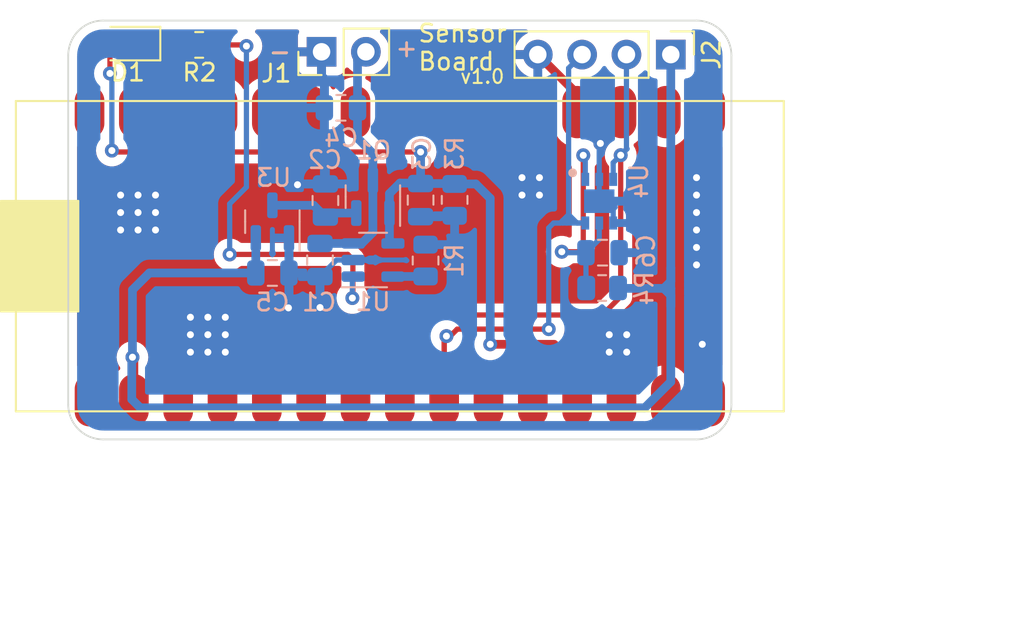
<source format=kicad_pcb>
(kicad_pcb (version 20211014) (generator pcbnew)
  (layers (0 "F.Cu" signal) (31 "B.Cu" signal) (34 "B.Paste" user) (35 "F.Paste" user) (36 "B.SilkS" user "B.Silkscreen") (37 "F.SilkS" user "F.Silkscreen") (38 "B.Mask" user) (39 "F.Mask" user) (44 "Edge.Cuts" user))
  (net 0 "")
  (net 1 "Net-(D1-Pad1)")
  (net 2 "VBUS")
  (net 3 "VDD")
  (net 4 "+BATT")
  (net 5 "Net-(R2-Pad1)")
  (net 6 "GND")
  (net 7 "Net-(R1-Pad1)")
  (net 14 "Net-(C6-Pad1)")
  (net 32 "+3V3")
  (net 33 "/SDA")
  (net 34 "/SCL")
  (footprint "Resistor_SMD:R_0805_2012Metric" (layer "F.Cu") (at 130.5025 57.395 180)
    (fp_text reference "R2" (at -0.02 -1.58) (layer "F.SilkS"))
    (fp_text value "330")
    (fp_line (start -0.227064 0.735) (end 0.227064 0.735) (layer "F.SilkS") (width 0.12))
    (fp_line (start -0.227064 -0.735) (end 0.227064 -0.735) (layer "F.SilkS") (width 0.12))
    (pad "1" smd roundrect locked (at -0.9125 0 180) (size 1.025 1.4) (layers "F.Cu" "F.Paste" "F.Mask") (roundrect_rratio 0.243902439) (net 5 "Net-(R2-Pad1)"))
    (pad "2" smd roundrect locked (at 0.9125 0 180) (size 1.025 1.4) (layers "F.Cu" "F.Paste" "F.Mask") (roundrect_rratio 0.243902439) (net 1 "Net-(D1-Pad1)"))
  )
  (footprint "hack-it-back:NANO_33_Footprint_SMD_Castell" (layer "F.Cu") (at 142 69.5)
    (fp_text reference "U2")
    (fp_text value "Arduino-nano-BLE-33")
    (fp_line (start -22 8.89) (end -22 -8.89) (layer "F.SilkS") (width 0.12))
    (fp_line (start -22 -8.89) (end 22 -8.89) (layer "F.SilkS") (width 0.12))
    (fp_line (start -22 8.89) (end 22 8.89) (layer "F.SilkS") (width 0.12))
    (fp_line (start 22 8.89) (end 22 -8.89) (layer "F.SilkS") (width 0.12))
    (fp_poly (pts (xy -22.86 3.175) (xy -18.415 3.175) (xy -18.415 -3.175) (xy -22.86 -3.175)) (layer "F.SilkS") (width 0.1) (fill solid))
    (pad "1" smd oval (at -17.78 8.255 90) (size 3 1.7) (layers "F.Cu" "F.Mask"))
    (pad "2" smd oval (at -15.24 8.255 90) (size 3 1.7) (layers "F.Cu" "F.Mask") (net 32 "+3V3"))
    (pad "3" smd oval (at -12.7 8.255 90) (size 3 1.7) (layers "F.Cu" "F.Mask"))
    (pad "4" smd oval (at -10.16 8.255 90) (size 3 1.7) (layers "F.Cu" "F.Mask"))
    (pad "5" smd oval (at -7.62 8.255 90) (size 3 1.7) (layers "F.Cu" "F.Mask"))
    (pad "6" smd oval (at -5.08 8.255 90) (size 3 1.7) (layers "F.Cu" "F.Mask"))
    (pad "7" smd oval (at -2.54 8.255 90) (size 3 1.7) (layers "F.Cu" "F.Mask"))
    (pad "8" smd oval (at 0 8.255 90) (size 3 1.7) (layers "F.Cu" "F.Mask") (net 33 "/SDA"))
    (pad "9" smd oval (at 2.54 8.255 90) (size 3 1.7) (layers "F.Cu" "F.Mask") (net 34 "/SCL"))
    (pad "10" smd oval (at 5.08 8.255 90) (size 3 1.7) (layers "F.Cu" "F.Mask"))
    (pad "11" smd oval (at 7.62 8.255 90) (size 3 1.7) (layers "F.Cu" "F.Mask"))
    (pad "12" smd oval (at 10.16 8.255 90) (size 3 1.7) (layers "F.Cu" "F.Mask") (net 2 "VBUS"))
    (pad "13" smd oval (at 12.7 8.255 90) (size 3 1.7) (layers "F.Cu" "F.Mask"))
    (pad "14" smd oval (at 15.24 8.255 90) (size 3 1.7) (layers "F.Cu" "F.Mask") (net 6 "GND"))
    (pad "15" smd oval (at 17.78 8.255 90) (size 3 1.7) (layers "F.Cu" "F.Mask"))
    (pad "16" smd oval (at 17.78 -8.255 270) (size 3 1.7) (layers "F.Cu" "F.Mask"))
    (pad "17" smd oval (at 15.24 -8.255 270) (size 3 1.7) (layers "F.Cu" "F.Mask"))
    (pad "18" smd oval (at 12.7 -8.255 270) (size 3 1.7) (layers "F.Cu" "F.Mask"))
    (pad "19" smd oval (at 10.16 -8.255 270) (size 3 1.7) (layers "F.Cu" "F.Mask") (net 6 "GND"))
    (pad "20" smd oval (at 7.62 -8.255 270) (size 3 1.7) (layers "F.Cu" "F.Mask"))
    (pad "21" smd oval (at 5.08 -8.255 270) (size 3 1.7) (layers "F.Cu" "F.Mask"))
    (pad "22" smd oval (at 2.54 -8.255 270) (size 3 1.7) (layers "F.Cu" "F.Mask"))
    (pad "23" smd oval (at 0 -8.255 270) (size 3 1.7) (layers "F.Cu" "F.Mask"))
    (pad "24" smd oval (at -2.54 -8.255 270) (size 3 1.7) (layers "F.Cu" "F.Mask"))
    (pad "25" smd oval (at -5.08 -8.255 270) (size 3 1.7) (layers "F.Cu" "F.Mask"))
    (pad "26" smd oval (at -7.62 -8.255 270) (size 3 1.7) (layers "F.Cu" "F.Mask"))
    (pad "27" smd oval (at -10.16 -8.255 270) (size 3 1.7) (layers "F.Cu" "F.Mask"))
    (pad "28" smd oval (at -12.7 -8.255 270) (size 3 1.7) (layers "F.Cu" "F.Mask"))
    (pad "29" smd oval (at -15.24 -8.255 270) (size 3 1.7) (layers "F.Cu" "F.Mask"))
    (pad "30" smd oval (at -17.78 -8.255 270) (size 3 1.7) (layers "F.Cu" "F.Mask"))
  )
  (footprint "LED_SMD:LED_0805_2012Metric_Pad1.15x1.40mm_HandSolder" (layer "F.Cu") (at 126.415 57.32 180)
    (fp_text reference "D1" (at 0 -1.65) (layer "F.SilkS"))
    (fp_text value "CHR")
    (fp_line (start -1.86 0.96) (end 1 0.96) (layer "F.SilkS") (width 0.12))
    (fp_line (start -1.86 -0.96) (end -1.86 0.96) (layer "F.SilkS") (width 0.12))
    (fp_line (start 1 -0.96) (end -1.86 -0.96) (layer "F.SilkS") (width 0.12))
    (pad "1" smd roundrect locked (at -1.025 0 180) (size 1.15 1.4) (layers "F.Cu" "F.Paste" "F.Mask") (roundrect_rratio 0.2173913043) (net 1 "Net-(D1-Pad1)"))
    (pad "2" smd roundrect locked (at 1.025 0 180) (size 1.15 1.4) (layers "F.Cu" "F.Paste" "F.Mask") (roundrect_rratio 0.2173913043) (net 2 "VBUS"))
  )
  (footprint "Connector_PinHeader_2.54mm:PinHeader_1x04_P2.54mm_Vertical" (layer "F.Cu") (at 157.525 57.95 -90)
    (fp_text reference "J2" (at 0 -2.33 90) (layer "F.SilkS"))
    (fp_text value "I2C")
    (fp_line (start -1.33 0) (end -1.33 -1.33) (layer "F.SilkS") (width 0.12))
    (fp_line (start -1.33 1.27) (end 1.33 1.27) (layer "F.SilkS") (width 0.12))
    (fp_line (start -1.33 1.27) (end -1.33 8.95) (layer "F.SilkS") (width 0.12))
    (fp_line (start -1.33 8.95) (end 1.33 8.95) (layer "F.SilkS") (width 0.12))
    (fp_line (start -1.33 -1.33) (end 0 -1.33) (layer "F.SilkS") (width 0.12))
    (fp_line (start 1.33 1.27) (end 1.33 8.95) (layer "F.SilkS") (width 0.12))
    (pad "1" thru_hole rect locked (at 0 0 270) (size 1.7 1.7) (drill 1) (layers *.Cu *.Mask) (net 32 "+3V3"))
    (pad "2" thru_hole oval locked (at 0 2.54 270) (size 1.7 1.7) (drill 1) (layers *.Cu *.Mask) (net 33 "/SDA"))
    (pad "3" thru_hole oval locked (at 0 5.08 270) (size 1.7 1.7) (drill 1) (layers *.Cu *.Mask) (net 34 "/SCL"))
    (pad "4" thru_hole oval locked (at 0 7.62 270) (size 1.7 1.7) (drill 1) (layers *.Cu *.Mask) (net 6 "GND"))
  )
  (footprint "Connector_PinHeader_2.54mm:PinHeader_1x02_P2.54mm_Vertical" (layer "F.Cu") (at 137.515 57.79 90)
    (fp_text reference "J1" (at -1.24 -2.595) (layer "F.SilkS"))
    (fp_text value "Batt")
    (fp_line (start 1.33 1.27) (end 1.33 3.87) (layer "F.SilkS") (width 0.12))
    (fp_line (start -1.33 0) (end -1.33 -1.33) (layer "F.SilkS") (width 0.12))
    (fp_line (start -1.33 1.27) (end 1.33 1.27) (layer "F.SilkS") (width 0.12))
    (fp_line (start -1.33 1.27) (end -1.33 3.87) (layer "F.SilkS") (width 0.12))
    (fp_line (start -1.33 -1.33) (end 0 -1.33) (layer "F.SilkS") (width 0.12))
    (fp_line (start -1.33 3.87) (end 1.33 3.87) (layer "F.SilkS") (width 0.12))
    (pad "1" thru_hole rect locked (at 0 0 90) (size 1.7 1.7) (drill 1) (layers *.Cu *.Mask) (net 6 "GND"))
    (pad "2" thru_hole oval locked (at 0 2.54 90) (size 1.7 1.7) (drill 1) (layers *.Cu *.Mask) (net 4 "+BATT"))
  )
  (footprint "Resistor_SMD:R_0805_2012Metric" (layer "B.Cu") (at 153.59 71.325)
    (fp_text reference "R4" (at 2.423 0.017 90) (layer "B.SilkS") (effects (justify mirror)))
    (fp_text value "4.7R")
    (fp_line (start -0.227064 -0.735) (end 0.227064 -0.735) (layer "B.SilkS") (width 0.12))
    (fp_line (start -0.227064 0.735) (end 0.227064 0.735) (layer "B.SilkS") (width 0.12))
    (pad "1" smd roundrect locked (at -0.9125 0) (size 1.025 1.4) (layers "B.Cu" "B.Paste" "B.Mask") (roundrect_rratio 0.243902439) (net 14 "Net-(C6-Pad1)"))
    (pad "2" smd roundrect locked (at 0.9125 0) (size 1.025 1.4) (layers "B.Cu" "B.Paste" "B.Mask") (roundrect_rratio 0.243902439) (net 32 "+3V3"))
  )
  (footprint "Capacitor_SMD:C_0805_2012Metric" (layer "B.Cu") (at 134.697 70.4625)
    (fp_text reference "C5" (at 0 1.68) (layer "B.SilkS") (effects (justify mirror)))
    (fp_text value "10uF")
    (fp_line (start -0.261252 0.735) (end 0.261252 0.735) (layer "B.SilkS") (width 0.12))
    (fp_line (start -0.261252 -0.735) (end 0.261252 -0.735) (layer "B.SilkS") (width 0.12))
    (pad "1" smd roundrect locked (at -0.95 0) (size 1 1.45) (layers "B.Cu" "B.Paste" "B.Mask") (net 32 "+3V3"))
    (pad "2" smd roundrect locked (at 0.95 0) (size 1 1.45) (layers "B.Cu" "B.Paste" "B.Mask") (net 6 "GND"))
  )
  (footprint "Package_TO_SOT_SMD:SOT-23" (layer "B.Cu") (at 134.697 67.5225 90)
    (fp_text reference "U3" (at 2.52 0.08 180) (layer "B.SilkS") (effects (justify mirror)))
    (fp_text value "MCP1700T-3102")
    (fp_line (start 0 -1.56) (end 0.65 -1.56) (layer "B.SilkS") (width 0.12))
    (fp_line (start 0 1.56) (end -1.675 1.56) (layer "B.SilkS") (width 0.12))
    (fp_line (start 0 -1.56) (end -0.65 -1.56) (layer "B.SilkS") (width 0.12))
    (fp_line (start 0 1.56) (end 0.65 1.56) (layer "B.SilkS") (width 0.12))
    (pad "1" smd roundrect locked (at -0.9375 0.95 90) (size 1.475 0.6) (layers "B.Cu" "B.Paste" "B.Mask") (net 6 "GND"))
    (pad "2" smd roundrect locked (at -0.9375 -0.95 90) (size 1.475 0.6) (layers "B.Cu" "B.Paste" "B.Mask") (net 32 "+3V3"))
    (pad "3" smd roundrect locked (at 0.9375 0 90) (size 1.475 0.6) (layers "B.Cu" "B.Paste" "B.Mask") (net 3 "VDD"))
  )
  (footprint "Capacitor_SMD:C_0805_2012Metric" (layer "B.Cu") (at 137.735 66.31 90)
    (fp_text reference "C2" (at 2.3275 -0.028 180) (layer "B.SilkS") (effects (justify mirror)))
    (fp_text value "10uF")
    (fp_line (start -0.261252 0.735) (end 0.261252 0.735) (layer "B.SilkS") (width 0.12))
    (fp_line (start -0.261252 -0.735) (end 0.261252 -0.735) (layer "B.SilkS") (width 0.12))
    (pad "1" smd roundrect locked (at -0.95 0 90) (size 1 1.45) (layers "B.Cu" "B.Paste" "B.Mask") (net 3 "VDD"))
    (pad "2" smd roundrect locked (at 0.95 0 90) (size 1 1.45) (layers "B.Cu" "B.Paste" "B.Mask") (net 6 "GND"))
  )
  (footprint "Capacitor_SMD:C_0805_2012Metric" (layer "B.Cu") (at 138.625 61 180)
    (fp_text reference "C4" (at -0.015 -1.73) (layer "B.SilkS") (effects (justify mirror)))
    (fp_text value "10uF")
    (fp_line (start -0.261252 0.735) (end 0.261252 0.735) (layer "B.SilkS") (width 0.12))
    (fp_line (start -0.261252 -0.735) (end 0.261252 -0.735) (layer "B.SilkS") (width 0.12))
    (pad "1" smd roundrect locked (at -0.95 0 180) (size 1 1.45) (layers "B.Cu" "B.Paste" "B.Mask") (net 4 "+BATT"))
    (pad "2" smd roundrect locked (at 0.95 0 180) (size 1 1.45) (layers "B.Cu" "B.Paste" "B.Mask") (net 6 "GND"))
  )
  (footprint "Capacitor_SMD:C_0805_2012Metric" (layer "B.Cu") (at 153.615 69.3)
    (fp_text reference "C6" (at 2.488 -0.078 90) (layer "B.SilkS") (effects (justify mirror)))
    (fp_text value "1uF")
    (fp_line (start -0.261252 -0.735) (end 0.261252 -0.735) (layer "B.SilkS") (width 0.12))
    (fp_line (start -0.261252 0.735) (end 0.261252 0.735) (layer "B.SilkS") (width 0.12))
    (pad "1" smd roundrect locked (at -0.95 0) (size 1 1.45) (layers "B.Cu" "B.Paste" "B.Mask") (net 14 "Net-(C6-Pad1)"))
    (pad "2" smd roundrect locked (at 0.95 0) (size 1 1.45) (layers "B.Cu" "B.Paste" "B.Mask") (net 6 "GND"))
  )
  (footprint "Package_TO_SOT_SMD:SOT-23" (layer "B.Cu") (at 140.455 66.09 90)
    (fp_text reference "Q1" (at 2.6475 0.042 180) (layer "B.SilkS") (effects (justify mirror)))
    (fp_text value "DMG3415U-7")
    (fp_line (start 0 1.56) (end -1.675 1.56) (layer "B.SilkS") (width 0.12))
    (fp_line (start 0 1.56) (end 0.65 1.56) (layer "B.SilkS") (width 0.12))
    (fp_line (start 0 -1.56) (end -0.65 -1.56) (layer "B.SilkS") (width 0.12))
    (fp_line (start 0 -1.56) (end 0.65 -1.56) (layer "B.SilkS") (width 0.12))
    (pad "1" smd roundrect locked (at -0.9375 0.95 90) (size 1.475 0.6) (layers "B.Cu" "B.Paste" "B.Mask") (net 2 "VBUS"))
    (pad "2" smd roundrect locked (at -0.9375 -0.95 90) (size 1.475 0.6) (layers "B.Cu" "B.Paste" "B.Mask") (net 3 "VDD"))
    (pad "3" smd roundrect locked (at 0.9375 0 90) (size 1.475 0.6) (layers "B.Cu" "B.Paste" "B.Mask") (net 4 "+BATT"))
  )
  (footprint "Capacitor_SMD:C_0805_2012Metric" (layer "B.Cu") (at 137.425 69.72 -90)
    (fp_text reference "C1" (at 2.4225 0.048 180) (layer "B.SilkS") (effects (justify mirror)))
    (fp_text value "10uF")
    (fp_line (start -0.261252 0.735) (end 0.261252 0.735) (layer "B.SilkS") (width 0.12))
    (fp_line (start -0.261252 -0.735) (end 0.261252 -0.735) (layer "B.SilkS") (width 0.12))
    (pad "1" smd roundrect locked (at -0.95 0 270) (size 1 1.45) (layers "B.Cu" "B.Paste" "B.Mask") (net 4 "+BATT"))
    (pad "2" smd roundrect locked (at 0.95 0 270) (size 1 1.45) (layers "B.Cu" "B.Paste" "B.Mask") (net 6 "GND"))
  )
  (footprint "hack-it-back:SON80P244X244X95-7N" (layer "B.Cu") (at 153.425 66.35 -90)
    (fp_text reference "U4" (at -1.148 -2.278 90) (layer "B.SilkS") (effects (justify mirror)))
    (fp_text value "SGP40-D-R4" hide)
    (fp_circle (center -1.625 1.525) (end -1.625 1.4) (layer "B.SilkS") (width 0.25) (fill none))
    (pad "1" smd rect (at -1.25 0.8 180) (size 0.45 0.75) (layers "B.Cu" "B.Paste" "B.Mask") (net 14 "Net-(C6-Pad1)"))
    (pad "2" smd rect (at -1.25 0 180) (size 0.45 0.75) (layers "B.Cu" "B.Paste" "B.Mask") (net 6 "GND"))
    (pad "3" smd rect (at -1.25 -0.8 180) (size 0.45 0.75) (layers "B.Cu" "B.Paste" "B.Mask") (net 33 "/SDA"))
    (pad "4" smd rect (at 1.25 -0.8 180) (size 0.45 0.75) (layers "B.Cu" "B.Paste" "B.Mask") (net 6 "GND"))
    (pad "5" smd rect (at 1.25 0 180) (size 0.45 0.75) (layers "B.Cu" "B.Paste" "B.Mask") (net 14 "Net-(C6-Pad1)"))
    (pad "6" smd rect (at 1.25 0.8 180) (size 0.45 0.75) (layers "B.Cu" "B.Paste" "B.Mask") (net 34 "/SCL"))
    (pad "7" smd rect (at 0 0 270) (size 1.35 1.74) (layers "B.Cu" "B.Paste" "B.Mask") (net 6 "GND"))
  )
  (footprint "Capacitor_SMD:C_0805_2012Metric" (layer "B.Cu") (at 143.19 66.2875 -90)
    (fp_text reference "C3" (at -2.65 -0.075 90) (layer "B.SilkS") (effects (justify mirror)))
    (fp_text value "10uF")
    (fp_line (start -0.261252 0.735) (end 0.261252 0.735) (layer "B.SilkS") (width 0.12))
    (fp_line (start -0.261252 -0.735) (end 0.261252 -0.735) (layer "B.SilkS") (width 0.12))
    (pad "1" smd roundrect locked (at -0.95 0 270) (size 1 1.45) (layers "B.Cu" "B.Paste" "B.Mask") (net 2 "VBUS"))
    (pad "2" smd roundrect locked (at 0.95 0 270) (size 1 1.45) (layers "B.Cu" "B.Paste" "B.Mask") (net 6 "GND"))
  )
  (footprint "Resistor_SMD:R_0805_2012Metric" (layer "B.Cu") (at 143.475 69.75 90)
    (fp_text reference "R1" (at 0 1.65 90) (layer "B.SilkS") (effects (justify mirror)))
    (fp_text value "2K")
    (fp_line (start -0.227064 0.735) (end 0.227064 0.735) (layer "B.SilkS") (width 0.12))
    (fp_line (start -0.227064 -0.735) (end 0.227064 -0.735) (layer "B.SilkS") (width 0.12))
    (pad "1" smd roundrect locked (at -0.9125 0 90) (size 1.025 1.4) (layers "B.Cu" "B.Paste" "B.Mask") (roundrect_rratio 0.243902439) (net 7 "Net-(R1-Pad1)"))
    (pad "2" smd roundrect locked (at 0.9125 0 90) (size 1.025 1.4) (layers "B.Cu" "B.Paste" "B.Mask") (roundrect_rratio 0.243902439) (net 6 "GND"))
  )
  (footprint "Resistor_SMD:R_0805_2012Metric" (layer "B.Cu") (at 145.14 66.275 -90)
    (fp_text reference "R3" (at -2.6625 0 90) (layer "B.SilkS") (effects (justify mirror)))
    (fp_text value "100K")
    (fp_line (start -0.227064 0.735) (end 0.227064 0.735) (layer "B.SilkS") (width 0.12))
    (fp_line (start -0.227064 -0.735) (end 0.227064 -0.735) (layer "B.SilkS") (width 0.12))
    (pad "1" smd roundrect locked (at -0.9125 0 270) (size 1.025 1.4) (layers "B.Cu" "B.Paste" "B.Mask") (roundrect_rratio 0.243902439) (net 2 "VBUS"))
    (pad "2" smd roundrect locked (at 0.9125 0 270) (size 1.025 1.4) (layers "B.Cu" "B.Paste" "B.Mask") (roundrect_rratio 0.243902439) (net 6 "GND"))
  )
  (footprint "Package_TO_SOT_SMD:SOT-23-5" (layer "B.Cu") (at 140.465 69.72)
    (fp_text reference "U1" (at 0 2.4) (layer "B.SilkS") (effects (justify mirror)))
    (fp_text value "MCP73831-3-OT")
    (fp_line (start 0 -1.56) (end -0.8 -1.56) (layer "B.SilkS") (width 0.12))
    (fp_line (start 0 1.56) (end -1.8 1.56) (layer "B.SilkS") (width 0.12))
    (fp_line (start 0 1.56) (end 0.8 1.56) (layer "B.SilkS") (width 0.12))
    (fp_line (start 0 -1.56) (end 0.8 -1.56) (layer "B.SilkS") (width 0.12))
    (pad "1" smd roundrect locked (at -1.1375 0.95) (size 1.325 0.6) (layers "B.Cu" "B.Paste" "B.Mask") (net 5 "Net-(R2-Pad1)"))
    (pad "2" smd roundrect locked (at -1.1375 0) (size 1.325 0.6) (layers "B.Cu" "B.Paste" "B.Mask") (net 6 "GND"))
    (pad "3" smd roundrect locked (at -1.1375 -0.95) (size 1.325 0.6) (layers "B.Cu" "B.Paste" "B.Mask") (net 4 "+BATT"))
    (pad "4" smd roundrect locked (at 1.1375 -0.95) (size 1.325 0.6) (layers "B.Cu" "B.Paste" "B.Mask") (net 2 "VBUS"))
    (pad "5" smd roundrect locked (at 1.1375 0.95) (size 1.325 0.6) (layers "B.Cu" "B.Paste" "B.Mask") (net 7 "Net-(R1-Pad1)"))
  )
  (gr_arc (start 123 58) (mid 123.585786 56.585786) (end 125 56) (layer "Edge.Cuts") (width 0.1))
  (gr_line (start 125 80) (end 159 80) (layer "Edge.Cuts") (width 0.1))
  (gr_arc (start 161 78) (mid 160.414214 79.414214) (end 159 80) (layer "Edge.Cuts") (width 0.1))
  (gr_arc (start 159 56) (mid 160.414214 56.585786) (end 161 58) (layer "Edge.Cuts") (width 0.1))
  (gr_arc (start 125 80) (mid 123.585786 79.414214) (end 123 78) (layer "Edge.Cuts") (width 0.1))
  (gr_line (start 161 78) (end 161 58) (layer "Edge.Cuts") (width 0.1))
  (gr_line (start 159 56) (end 125 56) (layer "Edge.Cuts") (width 0.1))
  (gr_line (start 123 58) (end 123 78) (layer "Edge.Cuts") (width 0.1))
  (gr_text "+" (at 142.39 57.57) (layer "B.SilkS") (effects (font (size 1 1)) (justify mirror)))
  (gr_text "-" (at 135.14 57.91 -180) (layer "B.SilkS") (effects (font (size 1 1)) (justify mirror)))
  (gr_text "+" (at 142.39 57.57) (layer "F.SilkS") (effects (font (size 1 1))))
  (gr_text "-" (at 135.12 57.93 180) (layer "F.SilkS") (effects (font (size 1 1))))
  (gr_text "Sensor \nBoard" (at 142.97 57.54) (layer "F.SilkS") (effects (font (size 1 1)) (justify left)))
  (gr_text "v1.0" (at 146.73 59.21) (layer "F.SilkS") (effects (font (size 0.8 0.8) (thickness 0.12))))
  (segment (start 129.59 57.395) (end 127.515 57.395) (width 0.3) (layer "F.Cu") (net 1))
  (segment (start 127.515 57.395) (end 127.44 57.32) (width 0.3) (layer "F.Cu") (net 1))
  (segment (start 150.84 74.55) (end 147.18 74.55) (width 0.5) (layer "F.Cu") (net 2))
  (segment (start 151.75 75.46) (end 150.84 74.55) (width 0.5) (layer "F.Cu") (net 2))
  (segment (start 152.16 75.87) (end 151.75 75.46) (width 0.5) (layer "F.Cu") (net 2))
  (segment (start 143.19 63.53) (end 125.58 63.53) (width 0.3) (layer "F.Cu") (net 2))
  (segment (start 125.58 63.53) (end 125.5 63.45) (width 0.3) (layer "F.Cu") (net 2))
  (segment (start 152.16 77.755) (end 152.16 75.87) (width 0.5) (layer "F.Cu") (net 2))
  (segment (start 125.39 57.32) (end 125.39 59.03) (width 0.3) (layer "F.Cu") (net 2))
  (via (at 143.19 63.53) (size 0.8) (drill 0.4) (layers "F.Cu" "B.Cu") (net 2))
  (via (at 147.18 74.55) (size 0.8) (drill 0.4) (layers "F.Cu" "B.Cu") (net 2))
  (via (at 125.5 63.45) (size 0.8) (drill 0.4) (layers "F.Cu" "B.Cu") (net 2))
  (via (at 125.39 59.03) (size 0.8) (drill 0.4) (layers "F.Cu" "B.Cu") (net 2))
  (segment (start 141.405 68.5725) (end 141.6025 68.77) (width 0.5) (layer "B.Cu") (net 2))
  (segment (start 125.5 59.14) (end 125.39 59.03) (width 0.3) (layer "B.Cu") (net 2))
  (segment (start 143.19 65.3375) (end 145.115 65.3375) (width 0.5) (layer "B.Cu") (net 2))
  (segment (start 147.18 74.55) (end 147.18 66.19) (width 0.5) (layer "B.Cu") (net 2))
  (segment (start 147.18 66.19) (end 146.3525 65.3625) (width 0.5) (layer "B.Cu") (net 2))
  (segment (start 141.405 67.0275) (end 141.405 65.9145) (width 0.5) (layer "B.Cu") (net 2))
  (segment (start 145.115 65.3375) (end 145.14 65.3625) (width 0.5) (layer "B.Cu") (net 2))
  (segment (start 143.165 65.3125) (end 143.19 65.3375) (width 0.5) (layer "B.Cu") (net 2))
  (segment (start 125.5 63.45) (end 125.5 59.14) (width 0.3) (layer "B.Cu") (net 2))
  (segment (start 142.007 65.3125) (end 143.165 65.3125) (width 0.5) (layer "B.Cu") (net 2))
  (segment (start 141.405 67.0275) (end 141.405 68.5725) (width 0.5) (layer "B.Cu") (net 2))
  (segment (start 146.3525 65.3625) (end 145.14 65.3625) (width 0.5) (layer "B.Cu") (net 2))
  (segment (start 143.19 65.3375) (end 143.19 63.53) (width 0.5) (layer "B.Cu") (net 2))
  (segment (start 141.405 65.9145) (end 142.007 65.3125) (width 0.5) (layer "B.Cu") (net 2))
  (segment (start 134.697 66.585) (end 137.06 66.585) (width 0.5) (layer "B.Cu") (net 3))
  (segment (start 137.9675 67.0275) (end 137.735 67.26) (width 0.5) (layer "B.Cu") (net 3))
  (segment (start 137.06 66.585) (end 137.735 67.26) (width 0.5) (layer "B.Cu") (net 3))
  (segment (start 139.505 67.0275) (end 137.9675 67.0275) (width 0.5) (layer "B.Cu") (net 3))
  (segment (start 140.455 63.615) (end 139.575 62.735) (width 0.5) (layer "B.Cu") (net 4))
  (segment (start 140.455 68.1345) (end 140.455 65.1525) (width 0.5) (layer "B.Cu") (net 4))
  (segment (start 139.8195 68.77) (end 140.455 68.1345) (width 0.5) (layer "B.Cu") (net 4))
  (segment (start 139.575 62.735) (end 139.575 61) (width 0.5) (layer "B.Cu") (net 4))
  (segment (start 139.3275 68.77) (end 139.8195 68.77) (width 0.5) (layer "B.Cu") (net 4))
  (segment (start 139.575 61) (end 139.575 58.27) (width 0.5) (layer "B.Cu") (net 4))
  (segment (start 137.425 68.77) (end 139.3275 68.77) (width 0.5) (layer "B.Cu") (net 4))
  (segment (start 139.575 58.27) (end 140.055 57.79) (width 0.5) (layer "B.Cu") (net 4))
  (segment (start 140.455 65.1525) (end 140.455 63.615) (width 0.5) (layer "B.Cu") (net 4))
  (segment (start 132.25 69.4) (end 139.02 69.4) (width 0.3) (layer "F.Cu") (net 5))
  (segment (start 139.31 69.69) (end 139.31 71.87) (width 0.3) (layer "F.Cu") (net 5))
  (segment (start 139.02 69.4) (end 139.31 69.69) (width 0.3) (layer "F.Cu") (net 5))
  (segment (start 131.415 57.395) (end 133.145 57.395) (width 0.3) (layer "F.Cu") (net 5))
  (segment (start 133.145 57.395) (end 133.21 57.46) (width 0.3) (layer "F.Cu") (net 5))
  (segment (start 139.31 71.87) (end 139.28 71.9) (width 0.3) (layer "F.Cu") (net 5))
  (via (at 139.28 71.9) (size 0.8) (drill 0.4) (layers "F.Cu" "B.Cu") (net 5))
  (via (at 133.21 57.46) (size 0.8) (drill 0.4) (layers "F.Cu" "B.Cu") (net 5))
  (via (at 132.25 69.4) (size 0.8) (drill 0.4) (layers "F.Cu" "B.Cu") (net 5))
  (segment (start 132.63 66.12) (end 132.25 66.5) (width 0.3) (layer "B.Cu") (net 5))
  (segment (start 133.21 65.54) (end 132.63 66.12) (width 0.3) (layer "B.Cu") (net 5))
  (segment (start 139.28 70.7175) (end 139.3275 70.67) (width 0.3) (layer "B.Cu") (net 5))
  (segment (start 139.28 71.9) (end 139.28 70.7175) (width 0.3) (layer "B.Cu") (net 5))
  (segment (start 132.25 66.5) (end 132.25 69.4) (width 0.3) (layer "B.Cu") (net 5))
  (segment (start 133.21 57.46) (end 133.21 65.54) (width 0.3) (layer "B.Cu") (net 5))
  (segment (start 132.25 69.54) (end 132.25 69.4) (width 0.3) (layer "B.Cu") (net 5))
  (segment (start 152.16 61.245) (end 152.16 60.205) (width 0.5) (layer "F.Cu") (net 6))
  (segment (start 157.24 75.25) (end 157.23 75.24) (width 0.3) (layer "F.Cu") (net 6))
  (segment (start 152.16 60.205) (end 149.905 57.95) (width 0.5) (layer "F.Cu") (net 6))
  (segment (start 157.24 77.755) (end 157.24 75.25) (width 0.3) (layer "F.Cu") (net 6))
  (via (at 131 75) (size 0.8) (drill 0.4) (layers "F.Cu" "B.Cu") (net 6))
  (via (at 126 67) (size 0.8) (drill 0.4) (layers "F.Cu" "B.Cu") (net 6))
  (via (at 153.49 63.04) (size 0.8) (drill 0.4) (layers "F.Cu" "B.Cu") (net 6))
  (via (at 149 65) (size 0.8) (drill 0.4) (layers "F.Cu" "B.Cu") (net 6))
  (via (at 128 68) (size 0.8) (drill 0.4) (layers "F.Cu" "B.Cu") (net 6))
  (via (at 126 66) (size 0.8) (drill 0.4) (layers "F.Cu" "B.Cu") (net 6))
  (via (at 132 73) (size 0.8) (drill 0.4) (layers "F.Cu" "B.Cu") (net 6))
  (via (at 132 74) (size 0.8) (drill 0.4) (layers "F.Cu" "B.Cu") (net 6))
  (via (at 150 66) (size 0.8) (drill 0.4) (layers "F.Cu" "B.Cu") (net 6))
  (via (at 131 74) (size 0.8) (drill 0.4) (layers "F.Cu" "B.Cu") (net 6))
  (via (at 150 65) (size 0.8) (drill 0.4) (layers "F.Cu" "B.Cu") (net 6))
  (via (at 130 73) (size 0.8) (drill 0.4) (layers "F.Cu" "B.Cu") (net 6))
  (via (at 130 74) (size 0.8) (drill 0.4) (layers "F.Cu" "B.Cu") (net 6))
  (via (at 159.33 74.55) (size 0.8) (drill 0.4) (layers "F.Cu" "B.Cu") (net 6))
  (via (at 149 66) (size 0.8) (drill 0.4) (layers "F.Cu" "B.Cu") (net 6))
  (via (at 127 68) (size 0.8) (drill 0.4) (layers "F.Cu" "B.Cu") (net 6))
  (via (at 159 66) (size 0.8) (drill 0.4) (layers "F.Cu" "B.Cu") (net 6))
  (via (at 159 65) (size 0.8) (drill 0.4) (layers "F.Cu" "B.Cu") (net 6))
  (via (at 155 75) (size 0.8) (drill 0.4) (layers "F.Cu" "B.Cu") (net 6))
  (via (at 128 66) (size 0.8) (drill 0.4) (layers "F.Cu" "B.Cu") (net 6))
  (via (at 154 74) (size 0.8) (drill 0.4) (layers "F.Cu" "B.Cu") (net 6))
  (via (at 159 69) (size 0.8) (drill 0.4) (layers "F.Cu" "B.Cu") (net 6))
  (via (at 127 66) (size 0.8) (drill 0.4) (layers "F.Cu" "B.Cu") (net 6))
  (via (at 159 68) (size 0.8) (drill 0.4) (layers "F.Cu" "B.Cu") (net 6))
  (via (at 131 73) (size 0.8) (drill 0.4) (layers "F.Cu" "B.Cu") (net 6))
  (via (at 136.137 65.4065) (size 0.8) (drill 0.4) (layers "F.Cu" "B.Cu") (net 6))
  (via (at 137.427 72.4425) (size 0.8) (drill 0.4) (layers "F.Cu" "B.Cu") (net 6))
  (via (at 127 67) (size 0.8) (drill 0.4) (layers "F.Cu" "B.Cu") (net 6))
  (via (at 135.617 72.4625) (size 0.8) (drill 0.4) (layers "F.Cu" "B.Cu") (net 6))
  (via (at 155 74) (size 0.8) (drill 0.4) (layers "F.Cu" "B.Cu") (net 6))
  (via (at 126 68) (size 0.8) (drill 0.4) (layers "F.Cu" "B.Cu") (net 6))
  (via (at 132 75) (size 0.8) (drill 0.4) (layers "F.Cu" "B.Cu") (net 6))
  (via (at 159 67) (size 0.8) (drill 0.4) (layers "F.Cu" "B.Cu") (net 6))
  (via (at 130 75) (size 0.8) (drill 0.4) (layers "F.Cu" "B.Cu") (net 6))
  (via (at 159 70) (size 0.8) (drill 0.4) (layers "F.Cu" "B.Cu") (net 6))
  (via (at 128 67) (size 0.8) (drill 0.4) (layers "F.Cu" "B.Cu") (net 6))
  (via (at 154 75) (size 0.8) (drill 0.4) (layers "F.Cu" "B.Cu") (net 6))
  (segment (start 135.647 68.46) (end 135.647 70.4625) (width 0.5) (layer "B.Cu") (net 6))
  (segment (start 137.68 60.995) (end 137.675 61) (width 0.5) (layer "B.Cu") (net 6))
  (segment (start 154.225 66.8) (end 154.225 67.6) (width 0.3) (layer "B.Cu") (net 6))
  (segment (start 154.333 66.692) (end 154.225 66.8) (width 0.3) (layer "B.Cu") (net 6))
  (segment (start 153.425 65.1) (end 153.425 66.35) (width 0.3) (layer "B.Cu") (net 6))
  (segment (start 153.425 65.1) (end 153.425 63.105) (width 0.3) (layer "B.Cu") (net 6))
  (segment (start 138.375 69.72) (end 137.425 70.67) (width 0.3) (layer "B.Cu") (net 6))
  (segment (start 136.1835 65.36) (end 136.137 65.4065) (width 0.5) (layer "B.Cu") (net 6))
  (segment (start 137.425 72.4405) (end 137.427 72.4425) (width 0.3) (layer "B.Cu") (net 6))
  (segment (start 139.3275 69.72) (end 138.375 69.72) (width 0.3) (layer "B.Cu") (net 6))
  (segment (start 137.675 65.3) (end 137.735 65.36) (width 0.5) (layer "B.Cu") (net 6))
  (segment (start 137.515 57.79) (end 137.515 59.175) (width 0.5) (layer "B.Cu") (net 6))
  (segment (start 153.425 66.35) (end 153.991 66.35) (width 0.3) (layer "B.Cu") (net 6))
  (segment (start 137.68 59.34) (end 137.68 60.995) (width 0.5) (layer "B.Cu") (net 6))
  (segment (start 137.735 65.36) (end 136.1835 65.36) (width 0.5) (layer "B.Cu") (net 6))
  (segment (start 137.425 70.67) (end 137.425 72.4405) (width 0.3) (layer "B.Cu") (net 6))
  (segment (start 135.647 70.4625) (end 135.647 72.4325) (width 0.5) (layer "B.Cu") (net 6))
  (segment (start 153.991 66.35) (end 154.333 66.692) (width 0.3) (layer "B.Cu") (net 6))
  (segment (start 137.675 61) (end 137.675 65.3) (width 0.5) (layer "B.Cu") (net 6))
  (segment (start 137.515 59.175) (end 137.68 59.34) (width 0.5) (layer "B.Cu") (net 6))
  (segment (start 153.425 63.105) (end 153.49 63.04) (width 0.3) (layer "B.Cu") (net 6))
  (segment (start 135.647 72.4325) (end 135.617 72.4625) (width 0.5) (layer "B.Cu") (net 6))
  (segment (start 141.61 70.6625) (end 141.6025 70.67) (width 0.5) (layer "B.Cu") (net 7))
  (segment (start 143.475 70.6625) (end 141.61 70.6625) (width 0.5) (layer "B.Cu") (net 7))
  (segment (start 152.51 63.72) (end 152.51 68.99) (width 0.3) (layer "F.Cu") (net 14))
  (segment (start 152.51 68.99) (end 152.25327 69.24673) (width 0.3) (layer "F.Cu") (net 14))
  (segment (start 152.25327 69.24673) (end 151.2795 69.24673) (width 0.3) (layer "F.Cu") (net 14))
  (via (at 152.51 63.72) (size 0.8) (drill 0.4) (layers "F.Cu" "B.Cu") (net 14))
  (via (at 151.2795 69.24673) (size 0.8) (drill 0.4) (layers "F.Cu" "B.Cu") (net 14))
  (segment (start 152.625 63.835) (end 152.51 63.72) (width 0.3) (layer "B.Cu") (net 14))
  (segment (start 153.425 67.6) (end 153.425 68.54) (width 0.3) (layer "B.Cu") (net 14))
  (segment (start 151.33277 69.3) (end 151.2795 69.24673) (width 0.3) (layer "B.Cu") (net 14))
  (segment (start 153.425 68.54) (end 152.665 69.3) (width 0.3) (layer "B.Cu") (net 14))
  (segment (start 152.625 65.1) (end 152.625 63.835) (width 0.3) (layer "B.Cu") (net 14))
  (segment (start 152.665 69.3) (end 152.665 71.3125) (width 0.3) (layer "B.Cu") (net 14))
  (segment (start 152.665 71.3125) (end 152.6775 71.325) (width 0.3) (layer "B.Cu") (net 14))
  (segment (start 152.665 69.3) (end 151.33277 69.3) (width 0.3) (layer "B.Cu") (net 14))
  (segment (start 126.76 77.755) (end 126.76 75.37) (width 0.5) (layer "F.Cu") (net 32))
  (segment (start 126.76 75.37) (end 126.68 75.29) (width 0.5) (layer "F.Cu") (net 32))
  (via (at 126.68 75.29) (size 0.8) (drill 0.4) (layers "F.Cu" "B.Cu") (net 32))
  (segment (start 157.525 71.345) (end 157.125 71.345) (width 0.5) (layer "B.Cu") (net 32))
  (segment (start 127.6475 70.4625) (end 133.747 70.4625) (width 0.5) (layer "B.Cu") (net 32))
  (segment (start 156.03 78.19) (end 127.13 78.19) (width 0.5) (layer "B.Cu") (net 32))
  (segment (start 126.64 77.7) (end 126.64 75.33) (width 0.5) (layer "B.Cu") (net 32))
  (segment (start 157.525 72.395) (end 157.525 71.745) (width 0.5) (layer "B.Cu") (net 32))
  (segment (start 126.68 75.29) (end 126.68 71.43) (width 0.5) (layer "B.Cu") (net 32))
  (segment (start 157.525 71.345) (end 157.525 72.395) (width 0.5) (layer "B.Cu") (net 32))
  (segment (start 127.13 78.19) (end 126.64 77.7) (width 0.5) (layer "B.Cu") (net 32))
  (segment (start 133.747 70.4625) (end 133.747 68.46) (width 0.5) (layer "B.Cu") (net 32))
  (segment (start 154.5225 71.345) (end 154.5025 71.325) (width 0.5) (layer "B.Cu") (net 32))
  (segment (start 157.525 76.695) (end 156.03 78.19) (width 0.5) (layer "B.Cu") (net 32))
  (segment (start 157.525 70.165) (end 157.525 70.945) (width 0.5) (layer "B.Cu") (net 32))
  (segment (start 157.125 71.345) (end 154.5225 71.345) (width 0.5) (layer "B.Cu") (net 32))
  (segment (start 126.64 75.33) (end 126.68 75.29) (width 0.5) (layer "B.Cu") (net 32))
  (segment (start 157.525 57.95) (end 157.525 70.165) (width 0.5) (layer "B.Cu") (net 32))
  (segment (start 157.525 70.165) (end 157.525 71.345) (width 0.5) (layer "B.Cu") (net 32))
  (segment (start 126.68 71.43) (end 127.6475 70.4625) (width 0.5) (layer "B.Cu") (net 32))
  (segment (start 157.525 71.745) (end 157.125 71.345) (width 0.5) (layer "B.Cu") (net 32))
  (segment (start 157.525 70.945) (end 157.125 71.345) (width 0.5) (layer "B.Cu") (net 32))
  (segment (start 157.525 71.345) (end 157.525 76.695) (width 0.5) (layer "B.Cu") (net 32))
  (segment (start 153.6 72.87) (end 154.655 71.815) (width 0.3) (layer "F.Cu") (net 33))
  (segment (start 142.85 72.87) (end 153.6 72.87) (width 0.3) (layer "F.Cu") (net 33))
  (segment (start 142 73.72) (end 142.85 72.87) (width 0.3) (layer "F.Cu") (net 33))
  (segment (start 142 77.755) (end 142 73.72) (width 0.3) (layer "F.Cu") (net 33))
  (segment (start 154.655 71.815) (end 154.655 63.715) (width 0.3) (layer "F.Cu") (net 33))
  (via (at 154.655 63.715) (size 0.8) (drill 0.4) (layers "F.Cu" "B.Cu") (net 33))
  (segment (start 154.225 64.145) (end 154.655 63.715) (width 0.3) (layer "B.Cu") (net 33))
  (segment (start 154.985 63.315) (end 154.985 57.95) (width 0.3) (layer "B.Cu") (net 33))
  (segment (start 154.655 63.715) (end 155.02 63.35) (width 0.3) (layer "B.Cu") (net 33))
  (segment (start 154.225 65.1) (end 154.225 64.145) (width 0.3) (layer "B.Cu") (net 33))
  (segment (start 155.02 63.35) (end 154.985 63.315) (width 0.3) (layer "B.Cu") (net 33))
  (segment (start 144.54 74.43) (end 145.25 73.72) (width 0.3) (layer "F.Cu") (net 34))
  (segment (start 145.29 73.68) (end 150.53 73.68) (width 0.3) (layer "F.Cu") (net 34))
  (segment (start 144.54 74.21) (end 144.67 74.08) (width 0.3) (layer "F.Cu") (net 34))
  (segment (start 144.54 77.755) (end 144.54 74.43) (width 0.3) (layer "F.Cu") (net 34))
  (segment (start 145.25 73.72) (end 145.29 73.68) (width 0.3) (layer "F.Cu") (net 34))
  (segment (start 144.54 77.755) (end 144.54 74.21) (width 0.3) (layer "F.Cu") (net 34))
  (via (at 144.67 74.08) (size 0.8) (drill 0.4) (layers "F.Cu" "B.Cu") (net 34))
  (via (at 150.53 73.68) (size 0.8) (drill 0.4) (layers "F.Cu" "B.Cu") (net 34))
  (segment (start 151.33 67.6) (end 151.33 67.46) (width 0.3) (layer "B.Cu") (net 34))
  (segment (start 151.67 67.49) (end 151.67 67.12) (width 0.3) (layer "B.Cu") (net 34))
  (segment (start 151.19 67.6) (end 151.33 67.46) (width 0.3) (layer "B.Cu") (net 34))
  (segment (start 152.15 67.6) (end 151.67 67.12) (width 0.3) (layer "B.Cu") (net 34))
  (segment (start 151.33 67.6) (end 151.56 67.6) (width 0.3) (layer "B.Cu") (net 34))
  (segment (start 150.81 67.6) (end 151.19 67.6) (width 0.3) (layer "B.Cu") (net 34))
  (segment (start 151.67 58.725) (end 152.445 57.95) (width 0.3) (layer "B.Cu") (net 34))
  (segment (start 152.625 67.6) (end 152.15 67.6) (width 0.3) (layer "B.Cu") (net 34))
  (segment (start 151.33 67.46) (end 151.67 67.12) (width 0.3) (layer "B.Cu") (net 34))
  (segment (start 150.53 73.68) (end 150.53 67.88) (width 0.3) (layer "B.Cu") (net 34))
  (segment (start 151.56 67.6) (end 151.67 67.49) (width 0.3) (layer "B.Cu") (net 34))
  (segment (start 151.56 67.6) (end 152.625 67.6) (width 0.3) (layer "B.Cu") (net 34))
  (segment (start 150.53 67.88) (end 150.81 67.6) (width 0.3) (layer "B.Cu") (net 34))
  (segment (start 151.67 67.12) (end 151.67 58.725) (width 0.3) (layer "B.Cu") (net 34))
  (segment (start 150.81 67.6) (end 151.33 67.6) (width 0.3) (layer "B.Cu") (net 34))
  (zone (net 6) (net_name "GND") (layers F&B.Cu) (connect_pads (clearance 0.508)) (min_thickness 0.254) (fill yes (thermal_gap 0.508) (thermal_bridge_width 0.508))
    (polygon (pts (xy 165.08 80.23) (xy 119.54 80.23) (xy 119.54 56) (xy 165.08 56)))
  )
)
</source>
